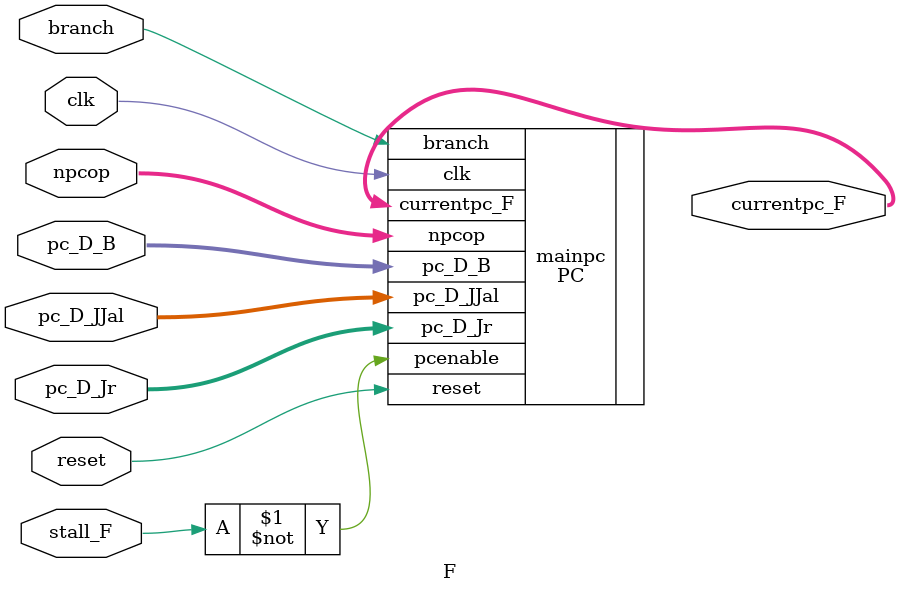
<source format=v>
module F (
    input  wire clk,
    input  wire reset,
    input  wire stall_F,
    input  wire [2:0] npcop,
    input  wire branch,
    input  wire [31:0] pc_D_B, pc_D_JJal, pc_D_Jr,
    output wire [31:0] currentpc_F
    //output wire [31:0] command_F
);

    PC mainpc(
        .clk(clk),
        .reset(reset),
        .pcenable(~stall_F),
        .npcop(npcop),
        .pc_D_B(pc_D_B),
        .pc_D_JJal(pc_D_JJal),
        .pc_D_Jr(pc_D_Jr),
        .branch(branch),
        .currentpc_F(currentpc_F)
    );

    // IM mainim(
    //     .address(currentpc_F),
    //     .command(command_F)
    // );

endmodule //F

</source>
